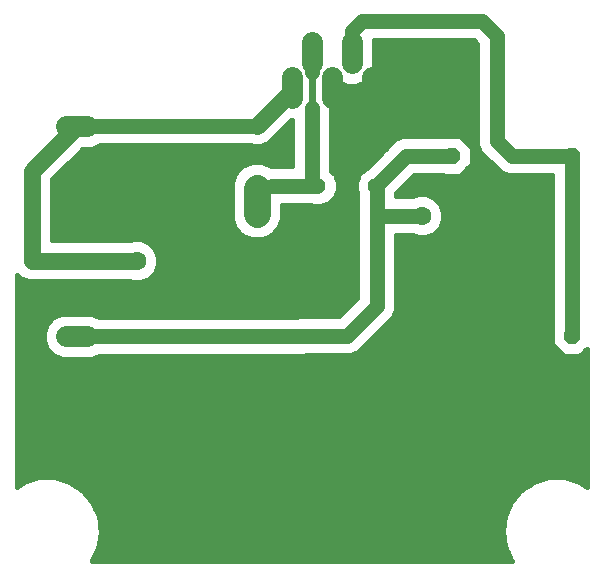
<source format=gbl>
G75*
%MOIN*%
%OFA0B0*%
%FSLAX25Y25*%
%IPPOS*%
%LPD*%
%AMOC8*
5,1,8,0,0,1.08239X$1,22.5*
%
%ADD10OC8,0.06300*%
%ADD11C,0.06300*%
%ADD12C,0.08850*%
%ADD13C,0.07000*%
%ADD14C,0.05600*%
%ADD15OC8,0.05200*%
%ADD16C,0.07050*%
%ADD17C,0.05600*%
%ADD18C,0.05000*%
%ADD19C,0.01600*%
%ADD20C,0.02400*%
D10*
X0058000Y0106000D03*
X0153000Y0121000D03*
D11*
X0143000Y0121000D03*
X0048000Y0106000D03*
D12*
X0088000Y0121575D02*
X0088000Y0130425D01*
X0088000Y0070425D02*
X0088000Y0061575D01*
D13*
X0099600Y0160300D02*
X0099600Y0167300D01*
X0106300Y0171800D02*
X0106300Y0178800D01*
X0113200Y0167400D02*
X0113200Y0160400D01*
X0126400Y0160400D02*
X0126400Y0167400D01*
X0119700Y0171900D02*
X0119700Y0178900D01*
D14*
X0127843Y0131000D03*
X0108157Y0131000D03*
D15*
X0153000Y0141000D03*
X0193000Y0141000D03*
X0193000Y0081000D03*
X0153000Y0081000D03*
D16*
X0031525Y0080843D02*
X0024475Y0080843D01*
X0024475Y0061157D02*
X0031525Y0061157D01*
X0031525Y0131157D02*
X0024475Y0131157D01*
X0024475Y0150843D02*
X0031525Y0150843D01*
D17*
X0028157Y0151000D02*
X0028000Y0151000D01*
X0013000Y0136000D01*
X0013000Y0106000D01*
X0048000Y0106000D01*
X0028000Y0150843D02*
X0028157Y0151000D01*
X0028000Y0151000D02*
X0028000Y0150843D01*
X0088000Y0151000D02*
X0099600Y0162600D01*
X0099600Y0163800D01*
D18*
X0106300Y0169000D02*
X0106300Y0175300D01*
X0119700Y0175400D02*
X0119700Y0182700D01*
X0123000Y0186000D01*
X0163000Y0186000D01*
X0168000Y0181000D01*
X0168000Y0146000D01*
X0173000Y0141000D01*
X0193000Y0141000D01*
X0193000Y0081000D01*
X0143000Y0121000D02*
X0128000Y0121000D01*
X0128000Y0130843D01*
X0127843Y0131000D01*
X0137843Y0141000D01*
X0153000Y0141000D01*
X0128000Y0121000D02*
X0128000Y0091000D01*
X0118000Y0081000D01*
X0103000Y0081000D01*
X0102843Y0080843D01*
X0028000Y0080843D01*
X0093000Y0131000D02*
X0106100Y0131000D01*
X0106300Y0131200D01*
X0106300Y0156900D01*
X0088000Y0151000D02*
X0028157Y0151000D01*
X0106100Y0131000D02*
X0108157Y0131000D01*
D19*
X0029787Y0029603D02*
X0025477Y0032373D01*
X0020562Y0033817D01*
X0015438Y0033817D01*
X0010523Y0032373D01*
X0010523Y0032373D01*
X0008000Y0030752D01*
X0008000Y0101383D01*
X0009148Y0100235D01*
X0011647Y0099200D01*
X0045733Y0099200D01*
X0046578Y0098850D01*
X0049422Y0098850D01*
X0052050Y0099939D01*
X0054061Y0101950D01*
X0055150Y0104578D01*
X0055150Y0107422D01*
X0054061Y0110050D01*
X0052050Y0112061D01*
X0049422Y0113150D01*
X0046578Y0113150D01*
X0045733Y0112800D01*
X0019800Y0112800D01*
X0019800Y0133183D01*
X0029934Y0143318D01*
X0033022Y0143318D01*
X0035788Y0144463D01*
X0035824Y0144500D01*
X0085923Y0144500D01*
X0086647Y0144200D01*
X0089353Y0144200D01*
X0091852Y0145235D01*
X0099417Y0152800D01*
X0099800Y0152800D01*
X0099800Y0137500D01*
X0092840Y0137500D01*
X0092772Y0137567D01*
X0089676Y0138850D01*
X0086324Y0138850D01*
X0083228Y0137567D01*
X0080858Y0135197D01*
X0079575Y0132101D01*
X0079575Y0119899D01*
X0080858Y0116803D01*
X0083228Y0114433D01*
X0086324Y0113150D01*
X0089676Y0113150D01*
X0092772Y0114433D01*
X0095142Y0116803D01*
X0096425Y0119899D01*
X0096425Y0124500D01*
X0106081Y0124500D01*
X0106805Y0124200D01*
X0109510Y0124200D01*
X0112009Y0125235D01*
X0113922Y0127148D01*
X0114957Y0129647D01*
X0114957Y0132353D01*
X0113922Y0134852D01*
X0112800Y0135974D01*
X0112800Y0158193D01*
X0111810Y0160582D01*
X0111500Y0160892D01*
X0111500Y0165008D01*
X0111810Y0165318D01*
X0112800Y0167707D01*
X0112800Y0167894D01*
X0113021Y0168427D01*
X0113342Y0167652D01*
X0115452Y0165542D01*
X0118208Y0164400D01*
X0121192Y0164400D01*
X0123948Y0165542D01*
X0126058Y0167652D01*
X0127200Y0170408D01*
X0127200Y0179500D01*
X0160308Y0179500D01*
X0161500Y0178308D01*
X0161500Y0144707D01*
X0162490Y0142318D01*
X0169318Y0135490D01*
X0171707Y0134500D01*
X0186500Y0134500D01*
X0186500Y0083834D01*
X0186400Y0083734D01*
X0186400Y0078266D01*
X0190266Y0074400D01*
X0195734Y0074400D01*
X0198000Y0076666D01*
X0198000Y0030752D01*
X0195477Y0032373D01*
X0190562Y0033817D01*
X0185438Y0033817D01*
X0180523Y0032373D01*
X0180523Y0032373D01*
X0176213Y0029603D01*
X0176212Y0029603D02*
X0172857Y0025732D01*
X0170729Y0021071D01*
X0170000Y0016000D01*
X0170729Y0010929D01*
X0172857Y0006268D01*
X0173090Y0006000D01*
X0032910Y0006000D01*
X0033143Y0006268D01*
X0033143Y0006268D01*
X0035271Y0010929D01*
X0036000Y0016000D01*
X0035271Y0021071D01*
X0035271Y0021071D01*
X0033143Y0025732D01*
X0029787Y0029603D01*
X0029787Y0029603D01*
X0029523Y0029773D02*
X0176477Y0029773D01*
X0176213Y0029603D02*
X0176212Y0029603D01*
X0176212Y0029603D01*
X0174974Y0028175D02*
X0031026Y0028175D01*
X0032411Y0026576D02*
X0173589Y0026576D01*
X0172513Y0024978D02*
X0033487Y0024978D01*
X0033143Y0025732D02*
X0033143Y0025732D01*
X0034217Y0023379D02*
X0171783Y0023379D01*
X0171053Y0021781D02*
X0034947Y0021781D01*
X0035399Y0020182D02*
X0170601Y0020182D01*
X0170371Y0018584D02*
X0035629Y0018584D01*
X0035858Y0016985D02*
X0170142Y0016985D01*
X0170088Y0015387D02*
X0035912Y0015387D01*
X0035682Y0013788D02*
X0170318Y0013788D01*
X0170548Y0012190D02*
X0035452Y0012190D01*
X0035271Y0010929D02*
X0035271Y0010929D01*
X0035117Y0010591D02*
X0170883Y0010591D01*
X0171613Y0008993D02*
X0034387Y0008993D01*
X0033657Y0007394D02*
X0172343Y0007394D01*
X0172857Y0006268D02*
X0172857Y0006268D01*
X0178964Y0031372D02*
X0027036Y0031372D01*
X0025477Y0032373D02*
X0025477Y0032373D01*
X0023445Y0032970D02*
X0182555Y0032970D01*
X0193445Y0032970D02*
X0198000Y0032970D01*
X0198000Y0031372D02*
X0197036Y0031372D01*
X0195477Y0032373D02*
X0195477Y0032373D01*
X0198000Y0034569D02*
X0008000Y0034569D01*
X0008000Y0036167D02*
X0198000Y0036167D01*
X0198000Y0037766D02*
X0008000Y0037766D01*
X0008000Y0039364D02*
X0198000Y0039364D01*
X0198000Y0040963D02*
X0008000Y0040963D01*
X0008000Y0042561D02*
X0198000Y0042561D01*
X0198000Y0044160D02*
X0008000Y0044160D01*
X0008000Y0045758D02*
X0198000Y0045758D01*
X0198000Y0047357D02*
X0008000Y0047357D01*
X0008000Y0048955D02*
X0198000Y0048955D01*
X0198000Y0050554D02*
X0008000Y0050554D01*
X0008000Y0052152D02*
X0198000Y0052152D01*
X0198000Y0053751D02*
X0008000Y0053751D01*
X0008000Y0055349D02*
X0198000Y0055349D01*
X0198000Y0056948D02*
X0008000Y0056948D01*
X0008000Y0058546D02*
X0198000Y0058546D01*
X0198000Y0060145D02*
X0008000Y0060145D01*
X0008000Y0061743D02*
X0198000Y0061743D01*
X0198000Y0063342D02*
X0008000Y0063342D01*
X0008000Y0064940D02*
X0198000Y0064940D01*
X0198000Y0066539D02*
X0008000Y0066539D01*
X0008000Y0068137D02*
X0198000Y0068137D01*
X0198000Y0069736D02*
X0008000Y0069736D01*
X0008000Y0071334D02*
X0198000Y0071334D01*
X0198000Y0072933D02*
X0008000Y0072933D01*
X0008000Y0074532D02*
X0020144Y0074532D01*
X0020212Y0074463D02*
X0022978Y0073318D01*
X0033022Y0073318D01*
X0035496Y0074343D01*
X0104135Y0074343D01*
X0104516Y0074500D01*
X0119293Y0074500D01*
X0121682Y0075490D01*
X0131682Y0085490D01*
X0133510Y0087318D01*
X0134500Y0089707D01*
X0134500Y0114500D01*
X0140009Y0114500D01*
X0141578Y0113850D01*
X0144422Y0113850D01*
X0147050Y0114939D01*
X0149061Y0116950D01*
X0150150Y0119578D01*
X0150150Y0122422D01*
X0149061Y0125050D01*
X0147050Y0127061D01*
X0144422Y0128150D01*
X0141578Y0128150D01*
X0140009Y0127500D01*
X0134500Y0127500D01*
X0134500Y0128465D01*
X0140535Y0134500D01*
X0150166Y0134500D01*
X0150266Y0134400D01*
X0155734Y0134400D01*
X0159600Y0138266D01*
X0159600Y0143734D01*
X0155734Y0147600D01*
X0150266Y0147600D01*
X0150166Y0147500D01*
X0136550Y0147500D01*
X0134161Y0146510D01*
X0124715Y0137065D01*
X0123991Y0136765D01*
X0122078Y0134852D01*
X0121043Y0132353D01*
X0121043Y0129647D01*
X0121500Y0128543D01*
X0121500Y0093692D01*
X0115308Y0087500D01*
X0101707Y0087500D01*
X0101327Y0087343D01*
X0035496Y0087343D01*
X0033022Y0088368D01*
X0022978Y0088368D01*
X0020212Y0087222D01*
X0018096Y0085105D01*
X0016950Y0082339D01*
X0016950Y0079346D01*
X0018096Y0076580D01*
X0020212Y0074463D01*
X0018546Y0076130D02*
X0008000Y0076130D01*
X0008000Y0077729D02*
X0017620Y0077729D01*
X0016958Y0079327D02*
X0008000Y0079327D01*
X0008000Y0080926D02*
X0016950Y0080926D01*
X0017027Y0082524D02*
X0008000Y0082524D01*
X0008000Y0084123D02*
X0017689Y0084123D01*
X0018712Y0085721D02*
X0008000Y0085721D01*
X0008000Y0087320D02*
X0020448Y0087320D01*
X0009456Y0100108D02*
X0008000Y0100108D01*
X0008000Y0098509D02*
X0121500Y0098509D01*
X0121500Y0096911D02*
X0008000Y0096911D01*
X0008000Y0095312D02*
X0121500Y0095312D01*
X0121500Y0093714D02*
X0008000Y0093714D01*
X0008000Y0092115D02*
X0119923Y0092115D01*
X0118324Y0090517D02*
X0008000Y0090517D01*
X0008000Y0088918D02*
X0116726Y0088918D01*
X0121500Y0100108D02*
X0052219Y0100108D01*
X0053818Y0101706D02*
X0121500Y0101706D01*
X0121500Y0103305D02*
X0054623Y0103305D01*
X0055150Y0104903D02*
X0121500Y0104903D01*
X0121500Y0106502D02*
X0055150Y0106502D01*
X0054869Y0108100D02*
X0121500Y0108100D01*
X0121500Y0109699D02*
X0054207Y0109699D01*
X0052814Y0111297D02*
X0121500Y0111297D01*
X0121500Y0112896D02*
X0050036Y0112896D01*
X0045964Y0112896D02*
X0019800Y0112896D01*
X0019800Y0114494D02*
X0083166Y0114494D01*
X0081567Y0116093D02*
X0019800Y0116093D01*
X0019800Y0117691D02*
X0080490Y0117691D01*
X0079827Y0119290D02*
X0019800Y0119290D01*
X0019800Y0120888D02*
X0079575Y0120888D01*
X0079575Y0122487D02*
X0019800Y0122487D01*
X0019800Y0124085D02*
X0079575Y0124085D01*
X0079575Y0125684D02*
X0019800Y0125684D01*
X0019800Y0127282D02*
X0079575Y0127282D01*
X0079575Y0128881D02*
X0019800Y0128881D01*
X0019800Y0130479D02*
X0079575Y0130479D01*
X0079575Y0132078D02*
X0019800Y0132078D01*
X0020293Y0133676D02*
X0080228Y0133676D01*
X0080935Y0135275D02*
X0021892Y0135275D01*
X0023490Y0136873D02*
X0082534Y0136873D01*
X0085412Y0138472D02*
X0025089Y0138472D01*
X0026687Y0140070D02*
X0099800Y0140070D01*
X0099800Y0138472D02*
X0090588Y0138472D01*
X0090961Y0144866D02*
X0099800Y0144866D01*
X0099800Y0143268D02*
X0029884Y0143268D01*
X0028286Y0141669D02*
X0099800Y0141669D01*
X0099800Y0146465D02*
X0093081Y0146465D01*
X0094680Y0148063D02*
X0099800Y0148063D01*
X0099800Y0149662D02*
X0096278Y0149662D01*
X0097877Y0151260D02*
X0099800Y0151260D01*
X0111541Y0160851D02*
X0161500Y0160851D01*
X0161500Y0159253D02*
X0112361Y0159253D01*
X0112800Y0157654D02*
X0161500Y0157654D01*
X0161500Y0156056D02*
X0112800Y0156056D01*
X0112800Y0154457D02*
X0161500Y0154457D01*
X0161500Y0152859D02*
X0112800Y0152859D01*
X0112800Y0151260D02*
X0161500Y0151260D01*
X0161500Y0149662D02*
X0112800Y0149662D01*
X0112800Y0148063D02*
X0161500Y0148063D01*
X0161500Y0146465D02*
X0156869Y0146465D01*
X0158468Y0144866D02*
X0161500Y0144866D01*
X0162096Y0143268D02*
X0159600Y0143268D01*
X0159600Y0141669D02*
X0163139Y0141669D01*
X0164737Y0140070D02*
X0159600Y0140070D01*
X0159600Y0138472D02*
X0166336Y0138472D01*
X0167934Y0136873D02*
X0158207Y0136873D01*
X0156609Y0135275D02*
X0169836Y0135275D01*
X0186500Y0133676D02*
X0139711Y0133676D01*
X0138113Y0132078D02*
X0186500Y0132078D01*
X0186500Y0130479D02*
X0136514Y0130479D01*
X0134916Y0128881D02*
X0186500Y0128881D01*
X0186500Y0127282D02*
X0146517Y0127282D01*
X0148428Y0125684D02*
X0186500Y0125684D01*
X0186500Y0124085D02*
X0149461Y0124085D01*
X0150123Y0122487D02*
X0186500Y0122487D01*
X0186500Y0120888D02*
X0150150Y0120888D01*
X0150031Y0119290D02*
X0186500Y0119290D01*
X0186500Y0117691D02*
X0149369Y0117691D01*
X0148204Y0116093D02*
X0186500Y0116093D01*
X0186500Y0114494D02*
X0145978Y0114494D01*
X0140022Y0114494D02*
X0134500Y0114494D01*
X0134500Y0112896D02*
X0186500Y0112896D01*
X0186500Y0111297D02*
X0134500Y0111297D01*
X0134500Y0109699D02*
X0186500Y0109699D01*
X0186500Y0108100D02*
X0134500Y0108100D01*
X0134500Y0106502D02*
X0186500Y0106502D01*
X0186500Y0104903D02*
X0134500Y0104903D01*
X0134500Y0103305D02*
X0186500Y0103305D01*
X0186500Y0101706D02*
X0134500Y0101706D01*
X0134500Y0100108D02*
X0186500Y0100108D01*
X0186500Y0098509D02*
X0134500Y0098509D01*
X0134500Y0096911D02*
X0186500Y0096911D01*
X0186500Y0095312D02*
X0134500Y0095312D01*
X0134500Y0093714D02*
X0186500Y0093714D01*
X0186500Y0092115D02*
X0134500Y0092115D01*
X0134500Y0090517D02*
X0186500Y0090517D01*
X0186500Y0088918D02*
X0134173Y0088918D01*
X0133511Y0087320D02*
X0186500Y0087320D01*
X0186500Y0085721D02*
X0131913Y0085721D01*
X0130315Y0084123D02*
X0186500Y0084123D01*
X0186400Y0082524D02*
X0128716Y0082524D01*
X0127118Y0080926D02*
X0186400Y0080926D01*
X0186400Y0079327D02*
X0125519Y0079327D01*
X0123921Y0077729D02*
X0186938Y0077729D01*
X0188536Y0076130D02*
X0122322Y0076130D01*
X0119369Y0074532D02*
X0190135Y0074532D01*
X0195865Y0074532D02*
X0198000Y0074532D01*
X0198000Y0076130D02*
X0197464Y0076130D01*
X0130918Y0143268D02*
X0112800Y0143268D01*
X0112800Y0144866D02*
X0132516Y0144866D01*
X0134115Y0146465D02*
X0112800Y0146465D01*
X0112800Y0141669D02*
X0129319Y0141669D01*
X0127721Y0140070D02*
X0112800Y0140070D01*
X0112800Y0138472D02*
X0126122Y0138472D01*
X0124253Y0136873D02*
X0112800Y0136873D01*
X0113499Y0135275D02*
X0122501Y0135275D01*
X0121591Y0133676D02*
X0114409Y0133676D01*
X0114957Y0132078D02*
X0121043Y0132078D01*
X0121043Y0130479D02*
X0114957Y0130479D01*
X0114640Y0128881D02*
X0121360Y0128881D01*
X0121500Y0127282D02*
X0113978Y0127282D01*
X0112458Y0125684D02*
X0121500Y0125684D01*
X0121500Y0124085D02*
X0096425Y0124085D01*
X0096425Y0122487D02*
X0121500Y0122487D01*
X0121500Y0120888D02*
X0096425Y0120888D01*
X0096173Y0119290D02*
X0121500Y0119290D01*
X0121500Y0117691D02*
X0095510Y0117691D01*
X0094433Y0116093D02*
X0121500Y0116093D01*
X0121500Y0114494D02*
X0092834Y0114494D01*
X0088000Y0126000D02*
X0093000Y0131000D01*
X0106300Y0132857D02*
X0108157Y0131000D01*
X0111500Y0162450D02*
X0161500Y0162450D01*
X0161500Y0164048D02*
X0111500Y0164048D01*
X0111947Y0165647D02*
X0115347Y0165647D01*
X0113748Y0167245D02*
X0112609Y0167245D01*
X0124053Y0165647D02*
X0161500Y0165647D01*
X0161500Y0167245D02*
X0125652Y0167245D01*
X0126552Y0168844D02*
X0161500Y0168844D01*
X0161500Y0170442D02*
X0127200Y0170442D01*
X0127200Y0172041D02*
X0161500Y0172041D01*
X0161500Y0173639D02*
X0127200Y0173639D01*
X0127200Y0175238D02*
X0161500Y0175238D01*
X0161500Y0176836D02*
X0127200Y0176836D01*
X0127200Y0178435D02*
X0161373Y0178435D01*
X0012555Y0032970D02*
X0008000Y0032970D01*
X0008000Y0031372D02*
X0008964Y0031372D01*
D20*
X0106300Y0156900D02*
X0106300Y0169000D01*
M02*

</source>
